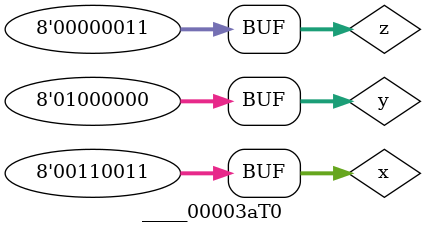
<source format=v>
`timescale 1ps/1ps

module _____00003aT0( ); 
   reg [7:0] x;
   reg [7:0] y;
   reg [7:0] z;

   initial begin

      x = 8'b00110011;

      y = 8'b01000000;

      z = (x + y);

      z = (($unsigned(x) * y) >> 32'd4);

      z = (($unsigned(z) << 32'd4) / x);

   end

endmodule
</source>
